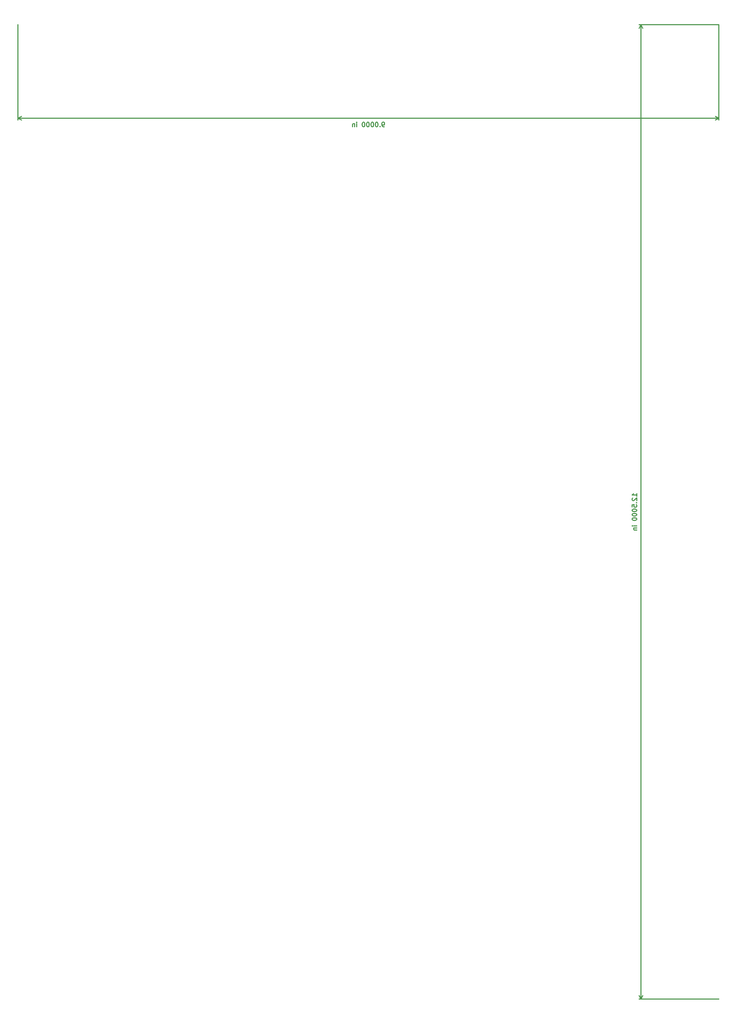
<source format=gbr>
G04 #@! TF.GenerationSoftware,KiCad,Pcbnew,(5.0.0-3-g5ebb6b6)*
G04 #@! TF.CreationDate,2019-04-13T13:39:12-06:00*
G04 #@! TF.ProjectId,VasulkaTranslocationPCB,566173756C6B615472616E736C6F6361,rev?*
G04 #@! TF.SameCoordinates,Original*
G04 #@! TF.FileFunction,Legend,Bot*
G04 #@! TF.FilePolarity,Positive*
%FSLAX46Y46*%
G04 Gerber Fmt 4.6, Leading zero omitted, Abs format (unit mm)*
G04 Created by KiCad (PCBNEW (5.0.0-3-g5ebb6b6)) date Saturday, April 13, 2019 at 01:39:12 PM*
%MOMM*%
%LPD*%
G01*
G04 APERTURE LIST*
%ADD10C,0.300000*%
G04 APERTURE END LIST*
D10*
X233707142Y-147558571D02*
X233421428Y-147558571D01*
X233278571Y-147487142D01*
X233207142Y-147415714D01*
X233064285Y-147201428D01*
X232992857Y-146915714D01*
X232992857Y-146344285D01*
X233064285Y-146201428D01*
X233135714Y-146130000D01*
X233278571Y-146058571D01*
X233564285Y-146058571D01*
X233707142Y-146130000D01*
X233778571Y-146201428D01*
X233850000Y-146344285D01*
X233850000Y-146701428D01*
X233778571Y-146844285D01*
X233707142Y-146915714D01*
X233564285Y-146987142D01*
X233278571Y-146987142D01*
X233135714Y-146915714D01*
X233064285Y-146844285D01*
X232992857Y-146701428D01*
X232350000Y-147415714D02*
X232278571Y-147487142D01*
X232350000Y-147558571D01*
X232421428Y-147487142D01*
X232350000Y-147415714D01*
X232350000Y-147558571D01*
X231350000Y-146058571D02*
X231207142Y-146058571D01*
X231064285Y-146130000D01*
X230992857Y-146201428D01*
X230921428Y-146344285D01*
X230850000Y-146630000D01*
X230850000Y-146987142D01*
X230921428Y-147272857D01*
X230992857Y-147415714D01*
X231064285Y-147487142D01*
X231207142Y-147558571D01*
X231350000Y-147558571D01*
X231492857Y-147487142D01*
X231564285Y-147415714D01*
X231635714Y-147272857D01*
X231707142Y-146987142D01*
X231707142Y-146630000D01*
X231635714Y-146344285D01*
X231564285Y-146201428D01*
X231492857Y-146130000D01*
X231350000Y-146058571D01*
X229921428Y-146058571D02*
X229778571Y-146058571D01*
X229635714Y-146130000D01*
X229564285Y-146201428D01*
X229492857Y-146344285D01*
X229421428Y-146630000D01*
X229421428Y-146987142D01*
X229492857Y-147272857D01*
X229564285Y-147415714D01*
X229635714Y-147487142D01*
X229778571Y-147558571D01*
X229921428Y-147558571D01*
X230064285Y-147487142D01*
X230135714Y-147415714D01*
X230207142Y-147272857D01*
X230278571Y-146987142D01*
X230278571Y-146630000D01*
X230207142Y-146344285D01*
X230135714Y-146201428D01*
X230064285Y-146130000D01*
X229921428Y-146058571D01*
X228492857Y-146058571D02*
X228350000Y-146058571D01*
X228207142Y-146130000D01*
X228135714Y-146201428D01*
X228064285Y-146344285D01*
X227992857Y-146630000D01*
X227992857Y-146987142D01*
X228064285Y-147272857D01*
X228135714Y-147415714D01*
X228207142Y-147487142D01*
X228350000Y-147558571D01*
X228492857Y-147558571D01*
X228635714Y-147487142D01*
X228707142Y-147415714D01*
X228778571Y-147272857D01*
X228850000Y-146987142D01*
X228850000Y-146630000D01*
X228778571Y-146344285D01*
X228707142Y-146201428D01*
X228635714Y-146130000D01*
X228492857Y-146058571D01*
X227064285Y-146058571D02*
X226921428Y-146058571D01*
X226778571Y-146130000D01*
X226707142Y-146201428D01*
X226635714Y-146344285D01*
X226564285Y-146630000D01*
X226564285Y-146987142D01*
X226635714Y-147272857D01*
X226707142Y-147415714D01*
X226778571Y-147487142D01*
X226921428Y-147558571D01*
X227064285Y-147558571D01*
X227207142Y-147487142D01*
X227278571Y-147415714D01*
X227350000Y-147272857D01*
X227421428Y-146987142D01*
X227421428Y-146630000D01*
X227350000Y-146344285D01*
X227278571Y-146201428D01*
X227207142Y-146130000D01*
X227064285Y-146058571D01*
X224778571Y-147558571D02*
X224778571Y-146558571D01*
X224778571Y-146058571D02*
X224850000Y-146130000D01*
X224778571Y-146201428D01*
X224707142Y-146130000D01*
X224778571Y-146058571D01*
X224778571Y-146201428D01*
X224064285Y-146558571D02*
X224064285Y-147558571D01*
X224064285Y-146701428D02*
X223992857Y-146630000D01*
X223850000Y-146558571D01*
X223635714Y-146558571D01*
X223492857Y-146630000D01*
X223421428Y-146772857D01*
X223421428Y-147558571D01*
X114300000Y-144780000D02*
X342900000Y-144780000D01*
X114300000Y-114300000D02*
X114300000Y-145366421D01*
X342900000Y-114300000D02*
X342900000Y-145366421D01*
X342900000Y-144780000D02*
X341773496Y-145366421D01*
X342900000Y-144780000D02*
X341773496Y-144193579D01*
X114300000Y-144780000D02*
X115426504Y-145366421D01*
X114300000Y-144780000D02*
X115426504Y-144193579D01*
X316078571Y-267942857D02*
X316078571Y-267085714D01*
X316078571Y-267514285D02*
X314578571Y-267514285D01*
X314792857Y-267371428D01*
X314935714Y-267228571D01*
X315007142Y-267085714D01*
X314721428Y-268514285D02*
X314650000Y-268585714D01*
X314578571Y-268728571D01*
X314578571Y-269085714D01*
X314650000Y-269228571D01*
X314721428Y-269300000D01*
X314864285Y-269371428D01*
X315007142Y-269371428D01*
X315221428Y-269300000D01*
X316078571Y-268442857D01*
X316078571Y-269371428D01*
X315935714Y-270014285D02*
X316007142Y-270085714D01*
X316078571Y-270014285D01*
X316007142Y-269942857D01*
X315935714Y-270014285D01*
X316078571Y-270014285D01*
X314578571Y-271442857D02*
X314578571Y-270728571D01*
X315292857Y-270657142D01*
X315221428Y-270728571D01*
X315150000Y-270871428D01*
X315150000Y-271228571D01*
X315221428Y-271371428D01*
X315292857Y-271442857D01*
X315435714Y-271514285D01*
X315792857Y-271514285D01*
X315935714Y-271442857D01*
X316007142Y-271371428D01*
X316078571Y-271228571D01*
X316078571Y-270871428D01*
X316007142Y-270728571D01*
X315935714Y-270657142D01*
X314578571Y-272442857D02*
X314578571Y-272585714D01*
X314650000Y-272728571D01*
X314721428Y-272800000D01*
X314864285Y-272871428D01*
X315150000Y-272942857D01*
X315507142Y-272942857D01*
X315792857Y-272871428D01*
X315935714Y-272800000D01*
X316007142Y-272728571D01*
X316078571Y-272585714D01*
X316078571Y-272442857D01*
X316007142Y-272300000D01*
X315935714Y-272228571D01*
X315792857Y-272157142D01*
X315507142Y-272085714D01*
X315150000Y-272085714D01*
X314864285Y-272157142D01*
X314721428Y-272228571D01*
X314650000Y-272300000D01*
X314578571Y-272442857D01*
X314578571Y-273871428D02*
X314578571Y-274014285D01*
X314650000Y-274157142D01*
X314721428Y-274228571D01*
X314864285Y-274300000D01*
X315150000Y-274371428D01*
X315507142Y-274371428D01*
X315792857Y-274300000D01*
X315935714Y-274228571D01*
X316007142Y-274157142D01*
X316078571Y-274014285D01*
X316078571Y-273871428D01*
X316007142Y-273728571D01*
X315935714Y-273657142D01*
X315792857Y-273585714D01*
X315507142Y-273514285D01*
X315150000Y-273514285D01*
X314864285Y-273585714D01*
X314721428Y-273657142D01*
X314650000Y-273728571D01*
X314578571Y-273871428D01*
X314578571Y-275300000D02*
X314578571Y-275442857D01*
X314650000Y-275585714D01*
X314721428Y-275657142D01*
X314864285Y-275728571D01*
X315150000Y-275800000D01*
X315507142Y-275800000D01*
X315792857Y-275728571D01*
X315935714Y-275657142D01*
X316007142Y-275585714D01*
X316078571Y-275442857D01*
X316078571Y-275300000D01*
X316007142Y-275157142D01*
X315935714Y-275085714D01*
X315792857Y-275014285D01*
X315507142Y-274942857D01*
X315150000Y-274942857D01*
X314864285Y-275014285D01*
X314721428Y-275085714D01*
X314650000Y-275157142D01*
X314578571Y-275300000D01*
X316078571Y-277585714D02*
X315078571Y-277585714D01*
X314578571Y-277585714D02*
X314650000Y-277514285D01*
X314721428Y-277585714D01*
X314650000Y-277657142D01*
X314578571Y-277585714D01*
X314721428Y-277585714D01*
X315078571Y-278300000D02*
X316078571Y-278300000D01*
X315221428Y-278300000D02*
X315150000Y-278371428D01*
X315078571Y-278514285D01*
X315078571Y-278728571D01*
X315150000Y-278871428D01*
X315292857Y-278942857D01*
X316078571Y-278942857D01*
X317500000Y-431800000D02*
X317500000Y-114300000D01*
X342900000Y-431800000D02*
X316913579Y-431800000D01*
X342900000Y-114300000D02*
X316913579Y-114300000D01*
X317500000Y-114300000D02*
X318086421Y-115426504D01*
X317500000Y-114300000D02*
X316913579Y-115426504D01*
X317500000Y-431800000D02*
X318086421Y-430673496D01*
X317500000Y-431800000D02*
X316913579Y-430673496D01*
M02*

</source>
